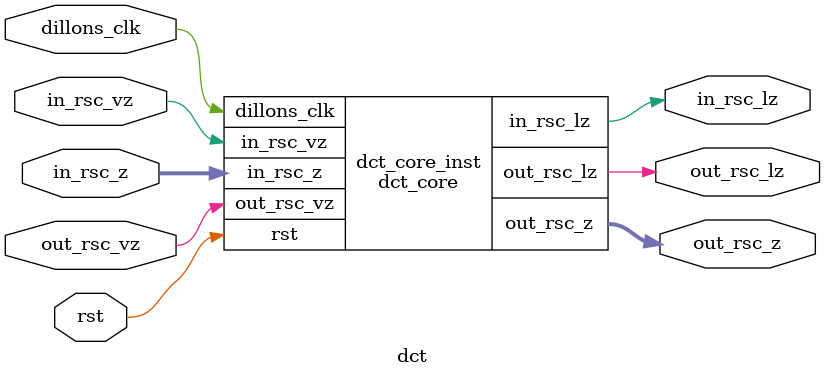
<source format=v>



module mgc_in_wire_wait_v1 (ld, vd, d, lz, vz, z);

  parameter integer rscid = 1;
  parameter integer width = 8;

  input              ld;
  output             vd;
  output [width-1:0] d;
  output             lz;
  input              vz;
  input  [width-1:0] z;

  wire               vd;
  wire   [width-1:0] d;
  wire               lz;

  assign d = z;
  assign lz = ld;
  assign vd = vz;

endmodule


//------> /hd/cad/mentor/2016.9/Mgc_home/pkgs/siflibs/mgc_out_stdreg_wait_v1.v 
//------------------------------------------------------------------------------
// Catapult Synthesis - Sample I/O Port Library
//
// Copyright (c) 2003-2015 Mentor Graphics Corp.
//       All Rights Reserved
//
// This document may be used and distributed without restriction provided that
// this copyright statement is not removed from the file and that any derivative
// work contains this copyright notice.
//
// The design information contained in this file is intended to be an example
// of the functionality which the end user may study in preparation for creating
// their own custom interfaces. This design does not necessarily present a 
// complete implementation of the named protocol or standard.
//
//------------------------------------------------------------------------------


module mgc_out_stdreg_wait_v1 (ld, vd, d, lz, vz, z);

  parameter integer rscid = 1;
  parameter integer width = 8;

  input              ld;
  output             vd;
  input  [width-1:0] d;
  output             lz;
  input              vz;
  output [width-1:0] z;

  wire               vd;
  wire               lz;
  wire   [width-1:0] z;

  assign z = d;
  assign lz = ld;
  assign vd = vz;

endmodule



//------> ./rtl.v 
// ----------------------------------------------------------------------
//  HLS HDL:        Verilog Netlister
//  HLS Version:    10.0/263344 Production Release
//  HLS Date:       Sun Jul  3 19:13:39 PDT 2016
// 
//  Generated by:   dhuff@kiwi
//  Generated date: Mon Feb 18 17:38:21 2019
// ----------------------------------------------------------------------

// 
// ------------------------------------------------------------------
//  Design Unit:    dct_core_core_fsm
//  FSM Module
// ------------------------------------------------------------------


module dct_core_core_fsm (
  dillons_clk, rst, core_wen, fsm_output, for_C_0_tr0
);
  input dillons_clk;
  input rst;
  input core_wen;
  output [2:0] fsm_output;
  reg [2:0] fsm_output;
  input for_C_0_tr0;


  // FSM State Type Declaration for dct_core_core_fsm_1
  parameter
    main_C_0 = 2'd0,
    for_C_0 = 2'd1,
    main_C_1 = 2'd2;

  reg [1:0] state_var;
  reg [1:0] state_var_NS;


  // Interconnect Declarations for Component Instantiations 
  always @(*)
  begin : dct_core_core_fsm_1
    case (state_var)
      for_C_0 : begin
        fsm_output = 3'b10;
        if ( for_C_0_tr0 ) begin
          state_var_NS = main_C_1;
        end
        else begin
          state_var_NS = for_C_0;
        end
      end
      main_C_1 : begin
        fsm_output = 3'b100;
        state_var_NS = main_C_0;
      end
      // main_C_0
      default : begin
        fsm_output = 3'b1;
        state_var_NS = for_C_0;
      end
    endcase
  end

  always @(posedge dillons_clk) begin
    if ( rst ) begin
      state_var <= main_C_0;
    end
    else if ( core_wen ) begin
      state_var <= state_var_NS;
    end
  end

endmodule

// ------------------------------------------------------------------
//  Design Unit:    dct_core_staller
// ------------------------------------------------------------------


module dct_core_staller (
  dillons_clk, rst, core_wen, in_rsci_wen_comp, core_wten, out_rsci_wen_comp
);
  input dillons_clk;
  input rst;
  output core_wen;
  input in_rsci_wen_comp;
  output core_wten;
  reg core_wten;
  input out_rsci_wen_comp;



  // Interconnect Declarations for Component Instantiations 
  assign core_wen = in_rsci_wen_comp & out_rsci_wen_comp;
  always @(posedge dillons_clk) begin
    if ( rst ) begin
      core_wten <= 1'b0;
    end
    else begin
      core_wten <= ~ core_wen;
    end
  end
endmodule

// ------------------------------------------------------------------
//  Design Unit:    dct_core_out_rsci_out_wait_dp
// ------------------------------------------------------------------


module dct_core_out_rsci_out_wait_dp (
  dillons_clk, rst, out_rsci_oswt, out_rsci_wen_comp, out_rsci_biwt, out_rsci_bdwt
);
  input dillons_clk;
  input rst;
  input out_rsci_oswt;
  output out_rsci_wen_comp;
  input out_rsci_biwt;
  input out_rsci_bdwt;


  // Interconnect Declarations
  reg out_rsci_bcwt;


  // Interconnect Declarations for Component Instantiations 
  assign out_rsci_wen_comp = (~ out_rsci_oswt) | out_rsci_biwt | out_rsci_bcwt;
  always @(posedge dillons_clk) begin
    if ( rst ) begin
      out_rsci_bcwt <= 1'b0;
    end
    else begin
      out_rsci_bcwt <= ~((~(out_rsci_bcwt | out_rsci_biwt)) | out_rsci_bdwt);
    end
  end
endmodule

// ------------------------------------------------------------------
//  Design Unit:    dct_core_out_rsci_out_wait_ctrl
// ------------------------------------------------------------------


module dct_core_out_rsci_out_wait_ctrl (
  dillons_clk, rst, core_wen, core_wten, out_rsci_oswt, out_rsci_biwt, out_rsci_bdwt,
      out_rsci_ld_core_sct, out_rsci_vd
);
  input dillons_clk;
  input rst;
  input core_wen;
  input core_wten;
  input out_rsci_oswt;
  output out_rsci_biwt;
  output out_rsci_bdwt;
  output out_rsci_ld_core_sct;
  input out_rsci_vd;


  // Interconnect Declarations
  wire out_rsci_ogwt;
  wire out_rsci_pdswt0;
  reg out_rsci_icwt;


  // Interconnect Declarations for Component Instantiations 
  assign out_rsci_pdswt0 = (~ core_wten) & out_rsci_oswt;
  assign out_rsci_biwt = out_rsci_ogwt & out_rsci_vd;
  assign out_rsci_ogwt = out_rsci_pdswt0 | out_rsci_icwt;
  assign out_rsci_bdwt = out_rsci_oswt & core_wen;
  assign out_rsci_ld_core_sct = out_rsci_oswt & out_rsci_ogwt;
  always @(posedge dillons_clk) begin
    if ( rst ) begin
      out_rsci_icwt <= 1'b0;
    end
    else begin
      out_rsci_icwt <= ~((~(out_rsci_icwt | out_rsci_pdswt0)) | out_rsci_biwt);
    end
  end
endmodule

// ------------------------------------------------------------------
//  Design Unit:    dct_core_in_rsci_in_wait_dp
// ------------------------------------------------------------------


module dct_core_in_rsci_in_wait_dp (
  dillons_clk, rst, in_rsci_oswt, in_rsci_wen_comp, in_rsci_d_mxwt, in_rsci_biwt,
      in_rsci_bdwt, in_rsci_d
);
  input dillons_clk;
  input rst;
  input in_rsci_oswt;
  output in_rsci_wen_comp;
  output [31:0] in_rsci_d_mxwt;
  input in_rsci_biwt;
  input in_rsci_bdwt;
  input [31:0] in_rsci_d;


  // Interconnect Declarations
  reg in_rsci_bcwt;
  reg [31:0] in_rsci_d_bfwt;


  // Interconnect Declarations for Component Instantiations 
  assign in_rsci_wen_comp = (~ in_rsci_oswt) | in_rsci_biwt | in_rsci_bcwt;
  assign in_rsci_d_mxwt = MUX_v_32_2_2(in_rsci_d, in_rsci_d_bfwt, in_rsci_bcwt);
  always @(posedge dillons_clk) begin
    if ( rst ) begin
      in_rsci_bcwt <= 1'b0;
      in_rsci_d_bfwt <= 32'b0;
    end
    else begin
      in_rsci_bcwt <= ~((~(in_rsci_bcwt | in_rsci_biwt)) | in_rsci_bdwt);
      in_rsci_d_bfwt <= in_rsci_d_mxwt;
    end
  end

  function [31:0] MUX_v_32_2_2;
    input [31:0] input_0;
    input [31:0] input_1;
    input [0:0] sel;
    reg [31:0] result;
  begin
    case (sel)
      1'b0 : begin
        result = input_0;
      end
      default : begin
        result = input_1;
      end
    endcase
    MUX_v_32_2_2 = result;
  end
  endfunction

endmodule

// ------------------------------------------------------------------
//  Design Unit:    dct_core_in_rsci_in_wait_ctrl
// ------------------------------------------------------------------


module dct_core_in_rsci_in_wait_ctrl (
  dillons_clk, rst, core_wen, in_rsci_oswt, core_wten, in_rsci_biwt, in_rsci_bdwt,
      in_rsci_ld_core_sct, in_rsci_vd
);
  input dillons_clk;
  input rst;
  input core_wen;
  input in_rsci_oswt;
  input core_wten;
  output in_rsci_biwt;
  output in_rsci_bdwt;
  output in_rsci_ld_core_sct;
  input in_rsci_vd;


  // Interconnect Declarations
  wire in_rsci_ogwt;
  wire in_rsci_pdswt0;
  reg in_rsci_icwt;


  // Interconnect Declarations for Component Instantiations 
  assign in_rsci_pdswt0 = (~ core_wten) & in_rsci_oswt;
  assign in_rsci_biwt = in_rsci_ogwt & in_rsci_vd;
  assign in_rsci_ogwt = in_rsci_pdswt0 | in_rsci_icwt;
  assign in_rsci_bdwt = in_rsci_oswt & core_wen;
  assign in_rsci_ld_core_sct = in_rsci_oswt & in_rsci_ogwt;
  always @(posedge dillons_clk) begin
    if ( rst ) begin
      in_rsci_icwt <= 1'b0;
    end
    else begin
      in_rsci_icwt <= ~((~(in_rsci_icwt | in_rsci_pdswt0)) | in_rsci_biwt);
    end
  end
endmodule

// ------------------------------------------------------------------
//  Design Unit:    dct_core_out_rsci
// ------------------------------------------------------------------


module dct_core_out_rsci (
  dillons_clk, rst, out_rsc_z, out_rsc_vz, out_rsc_lz, core_wen, core_wten, out_rsci_oswt,
      out_rsci_wen_comp, out_rsci_d
);
  input dillons_clk;
  input rst;
  output [31:0] out_rsc_z;
  input out_rsc_vz;
  output out_rsc_lz;
  input core_wen;
  input core_wten;
  input out_rsci_oswt;
  output out_rsci_wen_comp;
  input [31:0] out_rsci_d;


  // Interconnect Declarations
  wire out_rsci_biwt;
  wire out_rsci_bdwt;
  wire out_rsci_ld_core_sct;
  wire out_rsci_vd;


  // Interconnect Declarations for Component Instantiations 
  mgc_out_stdreg_wait_v1 #(.rscid(32'sd2),
  .width(32'sd32)) out_rsci (
      .ld(out_rsci_ld_core_sct),
      .vd(out_rsci_vd),
      .d(out_rsci_d),
      .lz(out_rsc_lz),
      .vz(out_rsc_vz),
      .z(out_rsc_z)
    );
  dct_core_out_rsci_out_wait_ctrl dct_core_out_rsci_out_wait_ctrl_inst (
      .dillons_clk(dillons_clk),
      .rst(rst),
      .core_wen(core_wen),
      .core_wten(core_wten),
      .out_rsci_oswt(out_rsci_oswt),
      .out_rsci_biwt(out_rsci_biwt),
      .out_rsci_bdwt(out_rsci_bdwt),
      .out_rsci_ld_core_sct(out_rsci_ld_core_sct),
      .out_rsci_vd(out_rsci_vd)
    );
  dct_core_out_rsci_out_wait_dp dct_core_out_rsci_out_wait_dp_inst (
      .dillons_clk(dillons_clk),
      .rst(rst),
      .out_rsci_oswt(out_rsci_oswt),
      .out_rsci_wen_comp(out_rsci_wen_comp),
      .out_rsci_biwt(out_rsci_biwt),
      .out_rsci_bdwt(out_rsci_bdwt)
    );
endmodule

// ------------------------------------------------------------------
//  Design Unit:    dct_core_in_rsci
// ------------------------------------------------------------------


module dct_core_in_rsci (
  dillons_clk, rst, in_rsc_z, in_rsc_vz, in_rsc_lz, core_wen, in_rsci_oswt, in_rsci_wen_comp,
      in_rsci_d_mxwt, core_wten
);
  input dillons_clk;
  input rst;
  input [31:0] in_rsc_z;
  input in_rsc_vz;
  output in_rsc_lz;
  input core_wen;
  input in_rsci_oswt;
  output in_rsci_wen_comp;
  output [31:0] in_rsci_d_mxwt;
  input core_wten;


  // Interconnect Declarations
  wire in_rsci_biwt;
  wire in_rsci_bdwt;
  wire in_rsci_ld_core_sct;
  wire in_rsci_vd;
  wire [31:0] in_rsci_d;


  // Interconnect Declarations for Component Instantiations 
  mgc_in_wire_wait_v1 #(.rscid(32'sd1),
  .width(32'sd32)) in_rsci (
      .ld(in_rsci_ld_core_sct),
      .vd(in_rsci_vd),
      .d(in_rsci_d),
      .lz(in_rsc_lz),
      .vz(in_rsc_vz),
      .z(in_rsc_z)
    );
  dct_core_in_rsci_in_wait_ctrl dct_core_in_rsci_in_wait_ctrl_inst (
      .dillons_clk(dillons_clk),
      .rst(rst),
      .core_wen(core_wen),
      .in_rsci_oswt(in_rsci_oswt),
      .core_wten(core_wten),
      .in_rsci_biwt(in_rsci_biwt),
      .in_rsci_bdwt(in_rsci_bdwt),
      .in_rsci_ld_core_sct(in_rsci_ld_core_sct),
      .in_rsci_vd(in_rsci_vd)
    );
  dct_core_in_rsci_in_wait_dp dct_core_in_rsci_in_wait_dp_inst (
      .dillons_clk(dillons_clk),
      .rst(rst),
      .in_rsci_oswt(in_rsci_oswt),
      .in_rsci_wen_comp(in_rsci_wen_comp),
      .in_rsci_d_mxwt(in_rsci_d_mxwt),
      .in_rsci_biwt(in_rsci_biwt),
      .in_rsci_bdwt(in_rsci_bdwt),
      .in_rsci_d(in_rsci_d)
    );
endmodule

// ------------------------------------------------------------------
//  Design Unit:    dct_core
// ------------------------------------------------------------------


module dct_core (
  dillons_clk, rst, in_rsc_z, in_rsc_vz, in_rsc_lz, out_rsc_z, out_rsc_vz, out_rsc_lz
);
  input dillons_clk;
  input rst;
  input [31:0] in_rsc_z;
  input in_rsc_vz;
  output in_rsc_lz;
  output [31:0] out_rsc_z;
  input out_rsc_vz;
  output out_rsc_lz;


  // Interconnect Declarations
  wire core_wen;
  wire in_rsci_wen_comp;
  wire [31:0] in_rsci_d_mxwt;
  wire core_wten;
  wire out_rsci_wen_comp;
  reg [31:0] out_rsci_d;
  wire [2:0] fsm_output;
  reg [31:0] sum_sva;
  reg [1:0] for_i_2_0_sva_1_0_1;
  wire and_6_cse;
  wire [2:0] for_i_2_0_sva_1;
  wire [3:0] nl_for_i_2_0_sva_1;
  reg reg_out_rsci_ld_core_psct_cse;
  reg reg_in_rsci_ld_core_psct_cse;
  wire [31:0] sum_sva_1;
  wire [32:0] nl_sum_sva_1;


  // Interconnect Declarations for Component Instantiations 
  wire [0:0] nl_dct_core_core_fsm_inst_for_C_0_tr0;
  assign nl_dct_core_core_fsm_inst_for_C_0_tr0 = for_i_2_0_sva_1[2];
  dct_core_in_rsci dct_core_in_rsci_inst (
      .dillons_clk(dillons_clk),
      .rst(rst),
      .in_rsc_z(in_rsc_z),
      .in_rsc_vz(in_rsc_vz),
      .in_rsc_lz(in_rsc_lz),
      .core_wen(core_wen),
      .in_rsci_oswt(reg_in_rsci_ld_core_psct_cse),
      .in_rsci_wen_comp(in_rsci_wen_comp),
      .in_rsci_d_mxwt(in_rsci_d_mxwt),
      .core_wten(core_wten)
    );
  dct_core_out_rsci dct_core_out_rsci_inst (
      .dillons_clk(dillons_clk),
      .rst(rst),
      .out_rsc_z(out_rsc_z),
      .out_rsc_vz(out_rsc_vz),
      .out_rsc_lz(out_rsc_lz),
      .core_wen(core_wen),
      .core_wten(core_wten),
      .out_rsci_oswt(reg_out_rsci_ld_core_psct_cse),
      .out_rsci_wen_comp(out_rsci_wen_comp),
      .out_rsci_d(out_rsci_d)
    );
  dct_core_staller dct_core_staller_inst (
      .dillons_clk(dillons_clk),
      .rst(rst),
      .core_wen(core_wen),
      .in_rsci_wen_comp(in_rsci_wen_comp),
      .core_wten(core_wten),
      .out_rsci_wen_comp(out_rsci_wen_comp)
    );
  dct_core_core_fsm dct_core_core_fsm_inst (
      .dillons_clk(dillons_clk),
      .rst(rst),
      .core_wen(core_wen),
      .fsm_output(fsm_output),
      .for_C_0_tr0(nl_dct_core_core_fsm_inst_for_C_0_tr0[0:0])
    );
  assign nl_sum_sva_1 = sum_sva + in_rsci_d_mxwt;
  assign sum_sva_1 = nl_sum_sva_1[31:0];
  assign nl_for_i_2_0_sva_1 = conv_u2u_2_3(for_i_2_0_sva_1_0_1) + 3'b1;
  assign for_i_2_0_sva_1 = nl_for_i_2_0_sva_1[2:0];
  assign and_6_cse = (for_i_2_0_sva_1[2]) & (fsm_output[1]);
  always @(posedge dillons_clk) begin
    if ( rst ) begin
      for_i_2_0_sva_1_0_1 <= 2'b0;
      sum_sva <= 32'b0;
      reg_out_rsci_ld_core_psct_cse <= 1'b0;
      reg_in_rsci_ld_core_psct_cse <= 1'b0;
    end
    else if ( core_wen ) begin
      for_i_2_0_sva_1_0_1 <= MUX_v_2_2_2(2'b00, (for_i_2_0_sva_1[1:0]), (fsm_output[1]));
      sum_sva <= MUX_v_32_2_2(32'b00000000000000000000000000000000, sum_sva_1, (fsm_output[1]));
      reg_out_rsci_ld_core_psct_cse <= and_6_cse;
      reg_in_rsci_ld_core_psct_cse <= ~(and_6_cse | (fsm_output[2]));
    end
  end
  always @(posedge dillons_clk) begin
    if ( rst ) begin
      out_rsci_d <= 32'b0;
    end
    else if ( core_wen & (for_i_2_0_sva_1[2]) & (fsm_output[1]) ) begin
      out_rsci_d <= sum_sva_1;
    end
  end

  function [1:0] MUX_v_2_2_2;
    input [1:0] input_0;
    input [1:0] input_1;
    input [0:0] sel;
    reg [1:0] result;
  begin
    case (sel)
      1'b0 : begin
        result = input_0;
      end
      default : begin
        result = input_1;
      end
    endcase
    MUX_v_2_2_2 = result;
  end
  endfunction


  function [31:0] MUX_v_32_2_2;
    input [31:0] input_0;
    input [31:0] input_1;
    input [0:0] sel;
    reg [31:0] result;
  begin
    case (sel)
      1'b0 : begin
        result = input_0;
      end
      default : begin
        result = input_1;
      end
    endcase
    MUX_v_32_2_2 = result;
  end
  endfunction


  function  [2:0] conv_u2u_2_3 ;
    input [1:0]  vector ;
  begin
    conv_u2u_2_3 = {1'b0, vector};
  end
  endfunction

endmodule

// ------------------------------------------------------------------
//  Design Unit:    dct
// ------------------------------------------------------------------


module dct (
  dillons_clk, rst, in_rsc_z, in_rsc_vz, in_rsc_lz, out_rsc_z, out_rsc_vz, out_rsc_lz
);
  input dillons_clk;
  input rst;
  input [31:0] in_rsc_z;
  input in_rsc_vz;
  output in_rsc_lz;
  output [31:0] out_rsc_z;
  input out_rsc_vz;
  output out_rsc_lz;



  // Interconnect Declarations for Component Instantiations 
  dct_core dct_core_inst (
      .dillons_clk(dillons_clk),
      .rst(rst),
      .in_rsc_z(in_rsc_z),
      .in_rsc_vz(in_rsc_vz),
      .in_rsc_lz(in_rsc_lz),
      .out_rsc_z(out_rsc_z),
      .out_rsc_vz(out_rsc_vz),
      .out_rsc_lz(out_rsc_lz)
    );
endmodule




</source>
